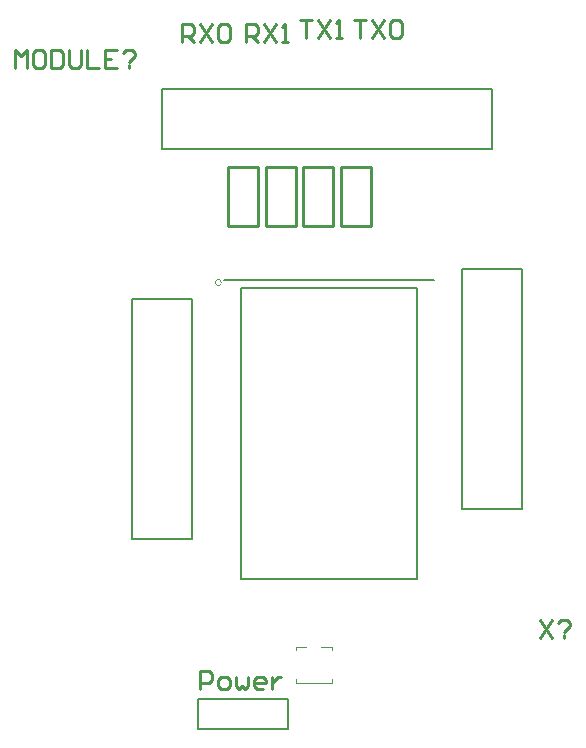
<source format=gto>
G04 Layer_Color=65535*
%FSLAX25Y25*%
%MOIN*%
G70*
G01*
G75*
%ADD20C,0.00000*%
%ADD21C,0.00787*%
%ADD22C,0.00500*%
%ADD23C,0.01000*%
%ADD24C,0.00394*%
D20*
X227150Y414331D02*
G03*
X227150Y414331I-1000J0D01*
G01*
D21*
X317429Y458953D02*
Y478953D01*
X207429Y458953D02*
X317429D01*
X207429Y478953D02*
X317429D01*
X207429Y458953D02*
Y478953D01*
X307429Y338953D02*
Y418953D01*
X327429Y338953D02*
Y418953D01*
X307429Y338953D02*
X327429D01*
X307429Y418953D02*
X327429D01*
X219500Y265500D02*
Y275500D01*
X249500D01*
Y265500D02*
Y275500D01*
X219500Y265500D02*
X249500D01*
X197429Y408953D02*
X217429D01*
X197429Y328953D02*
X217429D01*
Y408953D01*
X197429Y328953D02*
Y408953D01*
D22*
X227961Y415059D02*
X298039D01*
X233551Y412461D02*
X292449D01*
X233551Y315531D02*
Y412461D01*
Y315531D02*
X292449D01*
Y412461D01*
D23*
X229499Y433158D02*
X239499D01*
Y452844D01*
X229499D02*
X239499D01*
X229499Y433158D02*
Y452844D01*
X241999Y433158D02*
X251999D01*
Y452844D01*
X241999D02*
X251999D01*
X241999Y433158D02*
Y452844D01*
X266999Y433158D02*
X276999D01*
Y452844D01*
X266999D02*
X276999D01*
X266999Y433158D02*
Y452844D01*
X254499Y433158D02*
X264499D01*
Y452844D01*
X254499D02*
X264499D01*
X254499Y433158D02*
Y452844D01*
X220100Y278900D02*
Y284898D01*
X223099D01*
X224099Y283898D01*
Y281899D01*
X223099Y280899D01*
X220100D01*
X227098Y278900D02*
X229097D01*
X230097Y279900D01*
Y281899D01*
X229097Y282899D01*
X227098D01*
X226098Y281899D01*
Y279900D01*
X227098Y278900D01*
X232096Y282899D02*
Y279900D01*
X233096Y278900D01*
X234096Y279900D01*
X235095Y278900D01*
X236095Y279900D01*
Y282899D01*
X241093Y278900D02*
X239094D01*
X238094Y279900D01*
Y281899D01*
X239094Y282899D01*
X241093D01*
X242093Y281899D01*
Y280899D01*
X238094D01*
X244092Y282899D02*
Y278900D01*
Y280899D01*
X245092Y281899D01*
X246092Y282899D01*
X247091D01*
X158500Y486000D02*
Y491998D01*
X160499Y489999D01*
X162499Y491998D01*
Y486000D01*
X167497Y491998D02*
X165498D01*
X164498Y490998D01*
Y487000D01*
X165498Y486000D01*
X167497D01*
X168497Y487000D01*
Y490998D01*
X167497Y491998D01*
X170496D02*
Y486000D01*
X173495D01*
X174495Y487000D01*
Y490998D01*
X173495Y491998D01*
X170496D01*
X176494D02*
Y487000D01*
X177494Y486000D01*
X179493D01*
X180493Y487000D01*
Y491998D01*
X182492D02*
Y486000D01*
X186491D01*
X192489Y491998D02*
X188490D01*
Y486000D01*
X192489D01*
X188490Y488999D02*
X190490D01*
X194488Y490998D02*
X195488Y491998D01*
X197487D01*
X198487Y490998D01*
Y489999D01*
X196488Y487999D01*
Y487000D02*
Y486000D01*
X333500Y301998D02*
X337499Y296000D01*
Y301998D02*
X333500Y296000D01*
X339498Y300998D02*
X340498Y301998D01*
X342497D01*
X343497Y300998D01*
Y299999D01*
X341497Y297999D01*
Y297000D02*
Y296000D01*
X214000Y494500D02*
Y500498D01*
X216999D01*
X217999Y499498D01*
Y497499D01*
X216999Y496499D01*
X214000D01*
X215999D02*
X217999Y494500D01*
X219998Y500498D02*
X223997Y494500D01*
Y500498D02*
X219998Y494500D01*
X225996Y499498D02*
X226996Y500498D01*
X228995D01*
X229995Y499498D01*
Y495500D01*
X228995Y494500D01*
X226996D01*
X225996Y495500D01*
Y499498D01*
X235500Y494500D02*
Y500498D01*
X238499D01*
X239499Y499498D01*
Y497499D01*
X238499Y496499D01*
X235500D01*
X237499D02*
X239499Y494500D01*
X241498Y500498D02*
X245497Y494500D01*
Y500498D02*
X241498Y494500D01*
X247496D02*
X249496D01*
X248496D01*
Y500498D01*
X247496Y499498D01*
X271500Y501998D02*
X275499D01*
X273499D01*
Y496000D01*
X277498Y501998D02*
X281497Y496000D01*
Y501998D02*
X277498Y496000D01*
X283496Y500998D02*
X284496Y501998D01*
X286495D01*
X287495Y500998D01*
Y497000D01*
X286495Y496000D01*
X284496D01*
X283496Y497000D01*
Y500998D01*
X253500Y501998D02*
X257499D01*
X255499D01*
Y496000D01*
X259498Y501998D02*
X263497Y496000D01*
Y501998D02*
X259498Y496000D01*
X265496D02*
X267495D01*
X266496D01*
Y501998D01*
X265496Y500998D01*
D24*
X252000Y292748D02*
X255500D01*
X252000Y291748D02*
X252000Y292748D01*
X260500D02*
X264000D01*
X264000Y291748D02*
X264000Y292748D01*
X252000Y280748D02*
Y282248D01*
Y280748D02*
X264000D01*
Y282248D01*
M02*

</source>
